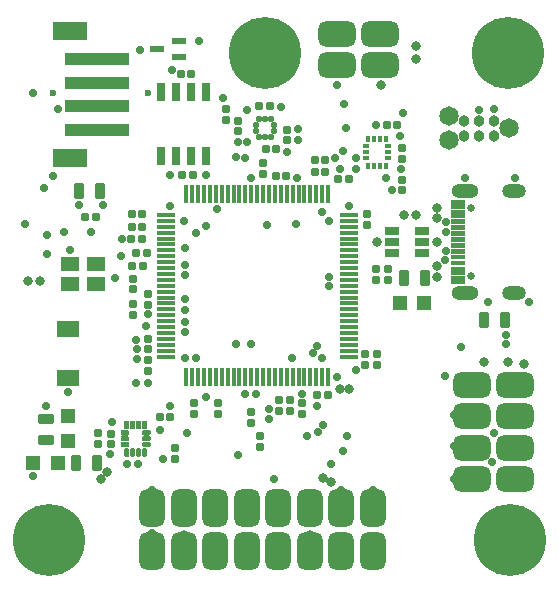
<source format=gts>
G04*
G04 #@! TF.GenerationSoftware,Altium Limited,Altium Designer,26.2.0 (7)*
G04*
G04 Layer_Color=8388736*
%FSLAX25Y25*%
%MOIN*%
G70*
G04*
G04 #@! TF.SameCoordinates,17A3E6CB-15BD-4058-B425-0E0A4CEE79B2*
G04*
G04*
G04 #@! TF.FilePolarity,Negative*
G04*
G01*
G75*
%ADD34R,0.21654X0.03937*%
%ADD39R,0.11811X0.06299*%
G04:AMPARAMS|DCode=41|XSize=123.94mil|YSize=83.94mil|CornerRadius=21.97mil|HoleSize=0mil|Usage=FLASHONLY|Rotation=0.000|XOffset=0mil|YOffset=0mil|HoleType=Round|Shape=RoundedRectangle|*
%AMROUNDEDRECTD41*
21,1,0.12394,0.04000,0,0,0.0*
21,1,0.08000,0.08394,0,0,0.0*
1,1,0.04394,0.04000,-0.02000*
1,1,0.04394,-0.04000,-0.02000*
1,1,0.04394,-0.04000,0.02000*
1,1,0.04394,0.04000,0.02000*
%
%ADD41ROUNDEDRECTD41*%
G04:AMPARAMS|DCode=42|XSize=25.59mil|YSize=23.62mil|CornerRadius=4.43mil|HoleSize=0mil|Usage=FLASHONLY|Rotation=90.000|XOffset=0mil|YOffset=0mil|HoleType=Round|Shape=RoundedRectangle|*
%AMROUNDEDRECTD42*
21,1,0.02559,0.01476,0,0,90.0*
21,1,0.01673,0.02362,0,0,90.0*
1,1,0.00886,0.00738,0.00837*
1,1,0.00886,0.00738,-0.00837*
1,1,0.00886,-0.00738,-0.00837*
1,1,0.00886,-0.00738,0.00837*
%
%ADD42ROUNDEDRECTD42*%
G04:AMPARAMS|DCode=43|XSize=25.59mil|YSize=23.62mil|CornerRadius=4.43mil|HoleSize=0mil|Usage=FLASHONLY|Rotation=180.000|XOffset=0mil|YOffset=0mil|HoleType=Round|Shape=RoundedRectangle|*
%AMROUNDEDRECTD43*
21,1,0.02559,0.01476,0,0,180.0*
21,1,0.01673,0.02362,0,0,180.0*
1,1,0.00886,-0.00837,0.00738*
1,1,0.00886,0.00837,0.00738*
1,1,0.00886,0.00837,-0.00738*
1,1,0.00886,-0.00837,-0.00738*
%
%ADD43ROUNDEDRECTD43*%
%ADD44C,0.03791*%
%ADD45R,0.01575X0.06201*%
%ADD46R,0.06201X0.01575*%
G04:AMPARAMS|DCode=47|XSize=55.12mil|YSize=33.86mil|CornerRadius=5.71mil|HoleSize=0mil|Usage=FLASHONLY|Rotation=270.000|XOffset=0mil|YOffset=0mil|HoleType=Round|Shape=RoundedRectangle|*
%AMROUNDEDRECTD47*
21,1,0.05512,0.02244,0,0,270.0*
21,1,0.04370,0.03386,0,0,270.0*
1,1,0.01142,-0.01122,-0.02185*
1,1,0.01142,-0.01122,0.02185*
1,1,0.01142,0.01122,0.02185*
1,1,0.01142,0.01122,-0.02185*
%
%ADD47ROUNDEDRECTD47*%
%ADD48R,0.02953X0.06398*%
G04:AMPARAMS|DCode=49|XSize=18.9mil|YSize=17.72mil|CornerRadius=2.59mil|HoleSize=0mil|Usage=FLASHONLY|Rotation=90.000|XOffset=0mil|YOffset=0mil|HoleType=Round|Shape=RoundedRectangle|*
%AMROUNDEDRECTD49*
21,1,0.01890,0.01254,0,0,90.0*
21,1,0.01372,0.01772,0,0,90.0*
1,1,0.00518,0.00627,0.00686*
1,1,0.00518,0.00627,-0.00686*
1,1,0.00518,-0.00627,-0.00686*
1,1,0.00518,-0.00627,0.00686*
%
%ADD49ROUNDEDRECTD49*%
G04:AMPARAMS|DCode=50|XSize=123.94mil|YSize=83.94mil|CornerRadius=21.97mil|HoleSize=0mil|Usage=FLASHONLY|Rotation=90.000|XOffset=0mil|YOffset=0mil|HoleType=Round|Shape=RoundedRectangle|*
%AMROUNDEDRECTD50*
21,1,0.12394,0.04000,0,0,90.0*
21,1,0.08000,0.08394,0,0,90.0*
1,1,0.04394,0.02000,0.04000*
1,1,0.04394,0.02000,-0.04000*
1,1,0.04394,-0.02000,-0.04000*
1,1,0.04394,-0.02000,0.04000*
%
%ADD50ROUNDEDRECTD50*%
G04:AMPARAMS|DCode=51|XSize=55.12mil|YSize=33.86mil|CornerRadius=5.71mil|HoleSize=0mil|Usage=FLASHONLY|Rotation=0.000|XOffset=0mil|YOffset=0mil|HoleType=Round|Shape=RoundedRectangle|*
%AMROUNDEDRECTD51*
21,1,0.05512,0.02244,0,0,0.0*
21,1,0.04370,0.03386,0,0,0.0*
1,1,0.01142,0.02185,-0.01122*
1,1,0.01142,-0.02185,-0.01122*
1,1,0.01142,-0.02185,0.01122*
1,1,0.01142,0.02185,0.01122*
%
%ADD51ROUNDEDRECTD51*%
%ADD52R,0.01378X0.02264*%
%ADD53R,0.02264X0.01378*%
%ADD54R,0.05118X0.05118*%
%ADD55R,0.07480X0.05709*%
%ADD56R,0.05906X0.05118*%
%ADD57R,0.05118X0.01968*%
%ADD58R,0.05118X0.05118*%
%ADD59R,0.05118X0.02756*%
%ADD60C,0.06496*%
%ADD61O,0.09071X0.04740*%
%ADD62O,0.07890X0.04740*%
%ADD63C,0.02362*%
%ADD64C,0.24016*%
%ADD65C,0.02559*%
%ADD66C,0.02756*%
%ADD67C,0.03150*%
G36*
X152472Y124205D02*
X147591D01*
Y126961D01*
X152472D01*
Y124205D01*
D02*
G37*
G36*
Y121055D02*
X147591D01*
Y123811D01*
X152472D01*
Y121055D01*
D02*
G37*
G36*
Y119087D02*
X147591D01*
Y120661D01*
X152472D01*
Y119087D01*
D02*
G37*
G36*
Y117118D02*
X147591D01*
Y118693D01*
X152472D01*
Y117118D01*
D02*
G37*
G36*
Y115150D02*
X147591D01*
Y116724D01*
X152472D01*
Y115150D01*
D02*
G37*
G36*
Y113181D02*
X147591D01*
Y114756D01*
X152472D01*
Y113181D01*
D02*
G37*
G36*
Y111213D02*
X147591D01*
Y112787D01*
X152472D01*
Y111213D01*
D02*
G37*
G36*
Y109244D02*
X147591D01*
Y110819D01*
X152472D01*
Y109244D01*
D02*
G37*
G36*
Y107276D02*
X147591D01*
Y108850D01*
X152472D01*
Y107276D01*
D02*
G37*
G36*
Y105307D02*
X147591D01*
Y106882D01*
X152472D01*
Y105307D01*
D02*
G37*
G36*
Y102157D02*
X147591D01*
Y104913D01*
X152472D01*
Y102157D01*
D02*
G37*
G36*
Y99008D02*
X147591D01*
Y101764D01*
X152472D01*
Y99008D01*
D02*
G37*
G36*
X45949Y53441D02*
X45976Y53437D01*
X46000Y53433D01*
X46024Y53429D01*
X46051Y53421D01*
X46075Y53413D01*
X46098Y53402D01*
X46122Y53390D01*
X46142Y53378D01*
X46165Y53366D01*
X46185Y53350D01*
X46209Y53335D01*
X46228Y53319D01*
X46244Y53299D01*
X46264Y53284D01*
X46279Y53264D01*
X46295Y53240D01*
X46311Y53220D01*
X46323Y53201D01*
X46335Y53177D01*
X46347Y53154D01*
X46358Y53130D01*
X46366Y53106D01*
X46374Y53079D01*
X46378Y53055D01*
X46382Y53031D01*
X46386Y53004D01*
X46390Y52980D01*
Y51193D01*
X46386Y51169D01*
X46382Y51142D01*
X46378Y51118D01*
X46374Y51095D01*
X46366Y51067D01*
X46358Y51043D01*
X46347Y51020D01*
X46335Y50996D01*
X46323Y50972D01*
X46311Y50953D01*
X46295Y50933D01*
X46279Y50909D01*
X46264Y50890D01*
X46244Y50874D01*
X46228Y50854D01*
X46209Y50839D01*
X46185Y50823D01*
X46165Y50807D01*
X46142Y50795D01*
X46122Y50783D01*
X46098Y50772D01*
X46075Y50760D01*
X46051Y50752D01*
X46024Y50744D01*
X46000Y50740D01*
X45976Y50736D01*
X45949Y50732D01*
X45925Y50728D01*
X45083D01*
X45059Y50732D01*
X45031Y50736D01*
X45008Y50740D01*
X44984Y50744D01*
X44957Y50752D01*
X44933Y50760D01*
X44909Y50772D01*
X44886Y50783D01*
X44866Y50795D01*
X44842Y50807D01*
X44823Y50823D01*
X44799Y50839D01*
X44780Y50854D01*
X44764Y50874D01*
X44744Y50890D01*
X44728Y50909D01*
X44713Y50933D01*
X44697Y50953D01*
X44685Y50972D01*
X44673Y50996D01*
X44661Y51020D01*
X44650Y51043D01*
X44642Y51067D01*
X44634Y51095D01*
X44630Y51118D01*
X44626Y51142D01*
X44622Y51169D01*
X44618Y51193D01*
Y52980D01*
X44622Y53004D01*
X44626Y53031D01*
X44630Y53055D01*
X44634Y53079D01*
X44642Y53106D01*
X44650Y53130D01*
X44661Y53154D01*
X44673Y53177D01*
X44685Y53201D01*
X44697Y53220D01*
X44713Y53240D01*
X44728Y53264D01*
X44744Y53284D01*
X44764Y53299D01*
X44780Y53319D01*
X44799Y53335D01*
X44823Y53350D01*
X44842Y53366D01*
X44866Y53378D01*
X44886Y53390D01*
X44909Y53402D01*
X44933Y53413D01*
X44957Y53421D01*
X44984Y53429D01*
X45008Y53433D01*
X45031Y53437D01*
X45059Y53441D01*
X45083Y53445D01*
X45925D01*
X45949Y53441D01*
D02*
G37*
G36*
X43980D02*
X44008Y53437D01*
X44032Y53433D01*
X44055Y53429D01*
X44083Y53421D01*
X44106Y53413D01*
X44130Y53402D01*
X44153Y53390D01*
X44173Y53378D01*
X44197Y53366D01*
X44216Y53350D01*
X44240Y53335D01*
X44260Y53319D01*
X44276Y53299D01*
X44295Y53284D01*
X44311Y53264D01*
X44327Y53240D01*
X44342Y53220D01*
X44354Y53201D01*
X44366Y53177D01*
X44378Y53154D01*
X44390Y53130D01*
X44398Y53106D01*
X44405Y53079D01*
X44409Y53055D01*
X44413Y53031D01*
X44417Y53004D01*
X44421Y52980D01*
Y51193D01*
X44417Y51169D01*
X44413Y51142D01*
X44409Y51118D01*
X44405Y51095D01*
X44398Y51067D01*
X44390Y51043D01*
X44378Y51020D01*
X44366Y50996D01*
X44354Y50972D01*
X44342Y50953D01*
X44327Y50933D01*
X44311Y50909D01*
X44295Y50890D01*
X44276Y50874D01*
X44260Y50854D01*
X44240Y50839D01*
X44216Y50823D01*
X44197Y50807D01*
X44173Y50795D01*
X44153Y50783D01*
X44130Y50772D01*
X44106Y50760D01*
X44083Y50752D01*
X44055Y50744D01*
X44032Y50740D01*
X44008Y50736D01*
X43980Y50732D01*
X43957Y50728D01*
X43114D01*
X43091Y50732D01*
X43063Y50736D01*
X43039Y50740D01*
X43016Y50744D01*
X42988Y50752D01*
X42965Y50760D01*
X42941Y50772D01*
X42917Y50783D01*
X42898Y50795D01*
X42874Y50807D01*
X42854Y50823D01*
X42831Y50839D01*
X42811Y50854D01*
X42795Y50874D01*
X42776Y50890D01*
X42760Y50909D01*
X42744Y50933D01*
X42728Y50953D01*
X42717Y50972D01*
X42705Y50996D01*
X42693Y51020D01*
X42681Y51043D01*
X42673Y51067D01*
X42665Y51095D01*
X42661Y51118D01*
X42658Y51142D01*
X42654Y51169D01*
X42650Y51193D01*
Y52980D01*
X42654Y53004D01*
X42658Y53031D01*
X42661Y53055D01*
X42665Y53079D01*
X42673Y53106D01*
X42681Y53130D01*
X42693Y53154D01*
X42705Y53177D01*
X42717Y53201D01*
X42728Y53220D01*
X42744Y53240D01*
X42760Y53264D01*
X42776Y53284D01*
X42795Y53299D01*
X42811Y53319D01*
X42831Y53335D01*
X42854Y53350D01*
X42874Y53366D01*
X42898Y53378D01*
X42917Y53390D01*
X42941Y53402D01*
X42965Y53413D01*
X42988Y53421D01*
X43016Y53429D01*
X43039Y53433D01*
X43063Y53437D01*
X43091Y53441D01*
X43114Y53445D01*
X43957D01*
X43980Y53441D01*
D02*
G37*
G36*
X42012D02*
X42039Y53437D01*
X42063Y53433D01*
X42087Y53429D01*
X42114Y53421D01*
X42138Y53413D01*
X42161Y53402D01*
X42185Y53390D01*
X42205Y53378D01*
X42228Y53366D01*
X42248Y53350D01*
X42272Y53335D01*
X42291Y53319D01*
X42307Y53299D01*
X42327Y53284D01*
X42342Y53264D01*
X42358Y53240D01*
X42374Y53220D01*
X42386Y53201D01*
X42398Y53177D01*
X42409Y53154D01*
X42421Y53130D01*
X42429Y53106D01*
X42437Y53079D01*
X42441Y53055D01*
X42445Y53031D01*
X42449Y53004D01*
X42453Y52980D01*
Y51193D01*
X42449Y51169D01*
X42445Y51142D01*
X42441Y51118D01*
X42437Y51095D01*
X42429Y51067D01*
X42421Y51043D01*
X42409Y51020D01*
X42398Y50996D01*
X42386Y50972D01*
X42374Y50953D01*
X42358Y50933D01*
X42342Y50909D01*
X42327Y50890D01*
X42307Y50874D01*
X42291Y50854D01*
X42272Y50839D01*
X42248Y50823D01*
X42228Y50807D01*
X42205Y50795D01*
X42185Y50783D01*
X42161Y50772D01*
X42138Y50760D01*
X42114Y50752D01*
X42087Y50744D01*
X42063Y50740D01*
X42039Y50736D01*
X42012Y50732D01*
X41988Y50728D01*
X41146D01*
X41122Y50732D01*
X41094Y50736D01*
X41071Y50740D01*
X41047Y50744D01*
X41020Y50752D01*
X40996Y50760D01*
X40972Y50772D01*
X40949Y50783D01*
X40929Y50795D01*
X40905Y50807D01*
X40886Y50823D01*
X40862Y50839D01*
X40843Y50854D01*
X40827Y50874D01*
X40807Y50890D01*
X40791Y50909D01*
X40776Y50933D01*
X40760Y50953D01*
X40748Y50972D01*
X40736Y50996D01*
X40724Y51020D01*
X40713Y51043D01*
X40705Y51067D01*
X40697Y51095D01*
X40693Y51118D01*
X40689Y51142D01*
X40685Y51169D01*
X40681Y51193D01*
Y52980D01*
X40685Y53004D01*
X40689Y53031D01*
X40693Y53055D01*
X40697Y53079D01*
X40705Y53106D01*
X40713Y53130D01*
X40724Y53154D01*
X40736Y53177D01*
X40748Y53201D01*
X40760Y53220D01*
X40776Y53240D01*
X40791Y53264D01*
X40807Y53284D01*
X40827Y53299D01*
X40843Y53319D01*
X40862Y53335D01*
X40886Y53350D01*
X40905Y53366D01*
X40929Y53378D01*
X40949Y53390D01*
X40972Y53402D01*
X40996Y53413D01*
X41020Y53421D01*
X41047Y53429D01*
X41071Y53433D01*
X41094Y53437D01*
X41122Y53441D01*
X41146Y53445D01*
X41988D01*
X42012Y53441D01*
D02*
G37*
G36*
X40043D02*
X40071Y53437D01*
X40095Y53433D01*
X40118Y53429D01*
X40146Y53421D01*
X40169Y53413D01*
X40193Y53402D01*
X40216Y53390D01*
X40236Y53378D01*
X40260Y53366D01*
X40279Y53350D01*
X40303Y53335D01*
X40323Y53319D01*
X40339Y53299D01*
X40358Y53284D01*
X40374Y53264D01*
X40390Y53240D01*
X40405Y53220D01*
X40417Y53201D01*
X40429Y53177D01*
X40441Y53154D01*
X40453Y53130D01*
X40461Y53106D01*
X40468Y53079D01*
X40472Y53055D01*
X40476Y53031D01*
X40480Y53004D01*
X40484Y52980D01*
Y51193D01*
X40480Y51169D01*
X40476Y51142D01*
X40472Y51118D01*
X40468Y51095D01*
X40461Y51067D01*
X40453Y51043D01*
X40441Y51020D01*
X40429Y50996D01*
X40417Y50972D01*
X40405Y50953D01*
X40390Y50933D01*
X40374Y50909D01*
X40358Y50890D01*
X40339Y50874D01*
X40323Y50854D01*
X40303Y50839D01*
X40279Y50823D01*
X40260Y50807D01*
X40236Y50795D01*
X40216Y50783D01*
X40193Y50772D01*
X40169Y50760D01*
X40146Y50752D01*
X40118Y50744D01*
X40095Y50740D01*
X40071Y50736D01*
X40043Y50732D01*
X40020Y50728D01*
X39177D01*
X39154Y50732D01*
X39126Y50736D01*
X39102Y50740D01*
X39079Y50744D01*
X39051Y50752D01*
X39028Y50760D01*
X39004Y50772D01*
X38980Y50783D01*
X38961Y50795D01*
X38937Y50807D01*
X38917Y50823D01*
X38894Y50839D01*
X38874Y50854D01*
X38858Y50874D01*
X38839Y50890D01*
X38823Y50909D01*
X38807Y50933D01*
X38791Y50953D01*
X38780Y50972D01*
X38768Y50996D01*
X38756Y51020D01*
X38744Y51043D01*
X38736Y51067D01*
X38728Y51095D01*
X38724Y51118D01*
X38721Y51142D01*
X38717Y51169D01*
X38713Y51193D01*
Y52980D01*
X38717Y53004D01*
X38721Y53031D01*
X38724Y53055D01*
X38728Y53079D01*
X38736Y53106D01*
X38744Y53130D01*
X38756Y53154D01*
X38768Y53177D01*
X38780Y53201D01*
X38791Y53220D01*
X38807Y53240D01*
X38823Y53264D01*
X38839Y53284D01*
X38858Y53299D01*
X38874Y53319D01*
X38894Y53335D01*
X38917Y53350D01*
X38937Y53366D01*
X38961Y53378D01*
X38980Y53390D01*
X39004Y53402D01*
X39028Y53413D01*
X39051Y53421D01*
X39079Y53429D01*
X39102Y53433D01*
X39126Y53437D01*
X39154Y53441D01*
X39177Y53445D01*
X40020D01*
X40043Y53441D01*
D02*
G37*
G36*
X47071Y50350D02*
X47098Y50346D01*
X47122Y50343D01*
X47146Y50339D01*
X47173Y50331D01*
X47197Y50323D01*
X47221Y50311D01*
X47244Y50299D01*
X47268Y50287D01*
X47287Y50276D01*
X47307Y50260D01*
X47331Y50244D01*
X47350Y50228D01*
X47366Y50209D01*
X47386Y50193D01*
X47402Y50173D01*
X47417Y50150D01*
X47433Y50130D01*
X47445Y50106D01*
X47457Y50087D01*
X47469Y50063D01*
X47480Y50039D01*
X47488Y50016D01*
X47496Y49988D01*
X47500Y49965D01*
X47504Y49941D01*
X47508Y49913D01*
X47512Y49890D01*
Y49047D01*
X47508Y49024D01*
X47504Y48996D01*
X47500Y48972D01*
X47496Y48949D01*
X47488Y48921D01*
X47480Y48898D01*
X47469Y48874D01*
X47457Y48850D01*
X47445Y48831D01*
X47433Y48807D01*
X47417Y48787D01*
X47402Y48764D01*
X47386Y48744D01*
X47366Y48728D01*
X47350Y48709D01*
X47331Y48693D01*
X47307Y48677D01*
X47287Y48661D01*
X47268Y48650D01*
X47244Y48638D01*
X47221Y48626D01*
X47197Y48614D01*
X47173Y48606D01*
X47146Y48598D01*
X47122Y48594D01*
X47098Y48591D01*
X47071Y48587D01*
X47047Y48583D01*
X45260D01*
X45236Y48587D01*
X45209Y48591D01*
X45185Y48594D01*
X45161Y48598D01*
X45134Y48606D01*
X45110Y48614D01*
X45087Y48626D01*
X45063Y48638D01*
X45039Y48650D01*
X45020Y48661D01*
X45000Y48677D01*
X44976Y48693D01*
X44957Y48709D01*
X44941Y48728D01*
X44921Y48744D01*
X44905Y48764D01*
X44890Y48787D01*
X44874Y48807D01*
X44862Y48831D01*
X44850Y48850D01*
X44839Y48874D01*
X44827Y48898D01*
X44819Y48921D01*
X44811Y48949D01*
X44807Y48972D01*
X44803Y48996D01*
X44799Y49024D01*
X44795Y49047D01*
Y49890D01*
X44799Y49913D01*
X44803Y49941D01*
X44807Y49965D01*
X44811Y49988D01*
X44819Y50016D01*
X44827Y50039D01*
X44839Y50063D01*
X44850Y50087D01*
X44862Y50110D01*
X44874Y50130D01*
X44890Y50150D01*
X44905Y50173D01*
X44921Y50193D01*
X44941Y50209D01*
X44957Y50228D01*
X44976Y50244D01*
X45000Y50260D01*
X45020Y50276D01*
X45039Y50287D01*
X45063Y50299D01*
X45087Y50311D01*
X45110Y50323D01*
X45134Y50331D01*
X45161Y50339D01*
X45185Y50343D01*
X45209Y50346D01*
X45236Y50350D01*
X45260Y50354D01*
X47047D01*
X47071Y50350D01*
D02*
G37*
G36*
X39866D02*
X39894Y50346D01*
X39917Y50343D01*
X39941Y50339D01*
X39968Y50331D01*
X39992Y50323D01*
X40016Y50311D01*
X40039Y50299D01*
X40063Y50287D01*
X40083Y50276D01*
X40102Y50260D01*
X40126Y50244D01*
X40146Y50228D01*
X40161Y50209D01*
X40181Y50193D01*
X40197Y50173D01*
X40213Y50150D01*
X40228Y50130D01*
X40240Y50106D01*
X40252Y50087D01*
X40264Y50063D01*
X40276Y50039D01*
X40284Y50016D01*
X40291Y49988D01*
X40295Y49965D01*
X40299Y49941D01*
X40303Y49913D01*
X40307Y49890D01*
Y49047D01*
X40303Y49024D01*
X40299Y48996D01*
X40295Y48972D01*
X40291Y48949D01*
X40284Y48921D01*
X40276Y48898D01*
X40264Y48874D01*
X40252Y48850D01*
X40240Y48831D01*
X40228Y48807D01*
X40213Y48787D01*
X40197Y48764D01*
X40181Y48744D01*
X40161Y48728D01*
X40146Y48709D01*
X40126Y48693D01*
X40102Y48677D01*
X40083Y48661D01*
X40063Y48650D01*
X40039Y48638D01*
X40016Y48626D01*
X39992Y48614D01*
X39968Y48606D01*
X39941Y48598D01*
X39917Y48594D01*
X39894Y48591D01*
X39866Y48587D01*
X39843Y48583D01*
X38055D01*
X38032Y48587D01*
X38004Y48591D01*
X37980Y48594D01*
X37957Y48598D01*
X37929Y48606D01*
X37905Y48614D01*
X37882Y48626D01*
X37858Y48638D01*
X37835Y48650D01*
X37815Y48661D01*
X37795Y48677D01*
X37772Y48693D01*
X37752Y48709D01*
X37736Y48728D01*
X37716Y48744D01*
X37701Y48764D01*
X37685Y48787D01*
X37669Y48807D01*
X37657Y48831D01*
X37646Y48850D01*
X37634Y48874D01*
X37622Y48898D01*
X37614Y48921D01*
X37606Y48949D01*
X37602Y48972D01*
X37598Y48996D01*
X37595Y49024D01*
X37591Y49047D01*
Y49890D01*
X37595Y49913D01*
X37598Y49941D01*
X37602Y49965D01*
X37606Y49988D01*
X37614Y50016D01*
X37622Y50039D01*
X37634Y50063D01*
X37646Y50087D01*
X37657Y50110D01*
X37669Y50130D01*
X37685Y50150D01*
X37701Y50173D01*
X37716Y50193D01*
X37736Y50209D01*
X37752Y50228D01*
X37772Y50244D01*
X37795Y50260D01*
X37815Y50276D01*
X37835Y50287D01*
X37858Y50299D01*
X37882Y50311D01*
X37905Y50323D01*
X37929Y50331D01*
X37957Y50339D01*
X37980Y50343D01*
X38004Y50346D01*
X38032Y50350D01*
X38055Y50354D01*
X39843D01*
X39866Y50350D01*
D02*
G37*
G36*
X47071Y48382D02*
X47098Y48378D01*
X47122Y48374D01*
X47146Y48370D01*
X47173Y48362D01*
X47197Y48354D01*
X47221Y48342D01*
X47244Y48331D01*
X47268Y48319D01*
X47287Y48307D01*
X47307Y48291D01*
X47331Y48276D01*
X47350Y48260D01*
X47366Y48240D01*
X47386Y48224D01*
X47402Y48205D01*
X47417Y48181D01*
X47433Y48161D01*
X47445Y48138D01*
X47457Y48118D01*
X47469Y48094D01*
X47480Y48071D01*
X47488Y48047D01*
X47496Y48020D01*
X47500Y47996D01*
X47504Y47972D01*
X47508Y47945D01*
X47512Y47921D01*
Y47079D01*
X47508Y47055D01*
X47504Y47028D01*
X47500Y47004D01*
X47496Y46980D01*
X47488Y46953D01*
X47480Y46929D01*
X47469Y46905D01*
X47457Y46882D01*
X47445Y46858D01*
X47433Y46839D01*
X47417Y46819D01*
X47402Y46795D01*
X47386Y46776D01*
X47366Y46760D01*
X47350Y46740D01*
X47331Y46724D01*
X47307Y46709D01*
X47287Y46693D01*
X47268Y46681D01*
X47244Y46669D01*
X47221Y46657D01*
X47197Y46646D01*
X47173Y46638D01*
X47146Y46630D01*
X47122Y46626D01*
X47098Y46622D01*
X47071Y46618D01*
X47047Y46614D01*
X45260D01*
X45236Y46618D01*
X45209Y46622D01*
X45185Y46626D01*
X45161Y46630D01*
X45134Y46638D01*
X45110Y46646D01*
X45087Y46657D01*
X45063Y46669D01*
X45039Y46681D01*
X45020Y46693D01*
X45000Y46709D01*
X44976Y46724D01*
X44957Y46740D01*
X44941Y46760D01*
X44921Y46776D01*
X44905Y46795D01*
X44890Y46819D01*
X44874Y46839D01*
X44862Y46858D01*
X44850Y46882D01*
X44839Y46905D01*
X44827Y46929D01*
X44819Y46953D01*
X44811Y46980D01*
X44807Y47004D01*
X44803Y47028D01*
X44799Y47055D01*
X44795Y47079D01*
Y47921D01*
X44799Y47945D01*
X44803Y47972D01*
X44807Y47996D01*
X44811Y48020D01*
X44819Y48047D01*
X44827Y48071D01*
X44839Y48094D01*
X44850Y48118D01*
X44862Y48142D01*
X44874Y48161D01*
X44890Y48181D01*
X44905Y48205D01*
X44921Y48224D01*
X44941Y48240D01*
X44957Y48260D01*
X44976Y48276D01*
X45000Y48291D01*
X45020Y48307D01*
X45039Y48319D01*
X45063Y48331D01*
X45087Y48342D01*
X45110Y48354D01*
X45134Y48362D01*
X45161Y48370D01*
X45185Y48374D01*
X45209Y48378D01*
X45236Y48382D01*
X45260Y48386D01*
X47047D01*
X47071Y48382D01*
D02*
G37*
G36*
X39866D02*
X39894Y48378D01*
X39917Y48374D01*
X39941Y48370D01*
X39968Y48362D01*
X39992Y48354D01*
X40016Y48342D01*
X40039Y48331D01*
X40063Y48319D01*
X40083Y48307D01*
X40102Y48291D01*
X40126Y48276D01*
X40146Y48260D01*
X40161Y48240D01*
X40181Y48224D01*
X40197Y48205D01*
X40213Y48181D01*
X40228Y48161D01*
X40240Y48138D01*
X40252Y48118D01*
X40264Y48094D01*
X40276Y48071D01*
X40284Y48047D01*
X40291Y48020D01*
X40295Y47996D01*
X40299Y47972D01*
X40303Y47945D01*
X40307Y47921D01*
Y47079D01*
X40303Y47055D01*
X40299Y47028D01*
X40295Y47004D01*
X40291Y46980D01*
X40284Y46953D01*
X40276Y46929D01*
X40264Y46905D01*
X40252Y46882D01*
X40240Y46858D01*
X40228Y46839D01*
X40213Y46819D01*
X40197Y46795D01*
X40181Y46776D01*
X40161Y46760D01*
X40146Y46740D01*
X40126Y46724D01*
X40102Y46709D01*
X40083Y46693D01*
X40063Y46681D01*
X40039Y46669D01*
X40016Y46657D01*
X39992Y46646D01*
X39968Y46638D01*
X39941Y46630D01*
X39917Y46626D01*
X39894Y46622D01*
X39866Y46618D01*
X39843Y46614D01*
X38055D01*
X38032Y46618D01*
X38004Y46622D01*
X37980Y46626D01*
X37957Y46630D01*
X37929Y46638D01*
X37905Y46646D01*
X37882Y46657D01*
X37858Y46669D01*
X37835Y46681D01*
X37815Y46693D01*
X37795Y46709D01*
X37772Y46724D01*
X37752Y46740D01*
X37736Y46760D01*
X37716Y46776D01*
X37701Y46795D01*
X37685Y46819D01*
X37669Y46839D01*
X37657Y46858D01*
X37646Y46882D01*
X37634Y46905D01*
X37622Y46929D01*
X37614Y46953D01*
X37606Y46980D01*
X37602Y47004D01*
X37598Y47028D01*
X37595Y47055D01*
X37591Y47079D01*
Y47921D01*
X37595Y47945D01*
X37598Y47972D01*
X37602Y47996D01*
X37606Y48020D01*
X37614Y48047D01*
X37622Y48071D01*
X37634Y48094D01*
X37646Y48118D01*
X37657Y48142D01*
X37669Y48161D01*
X37685Y48181D01*
X37701Y48205D01*
X37716Y48224D01*
X37736Y48240D01*
X37752Y48260D01*
X37772Y48276D01*
X37795Y48291D01*
X37815Y48307D01*
X37835Y48319D01*
X37858Y48331D01*
X37882Y48342D01*
X37905Y48354D01*
X37929Y48362D01*
X37957Y48370D01*
X37980Y48374D01*
X38004Y48378D01*
X38032Y48382D01*
X38055Y48386D01*
X39843D01*
X39866Y48382D01*
D02*
G37*
G36*
X47071Y46413D02*
X47098Y46409D01*
X47122Y46406D01*
X47146Y46402D01*
X47173Y46394D01*
X47197Y46386D01*
X47221Y46374D01*
X47244Y46362D01*
X47268Y46350D01*
X47287Y46339D01*
X47307Y46323D01*
X47331Y46307D01*
X47350Y46291D01*
X47366Y46272D01*
X47386Y46256D01*
X47402Y46236D01*
X47417Y46213D01*
X47433Y46193D01*
X47445Y46169D01*
X47457Y46150D01*
X47469Y46126D01*
X47480Y46102D01*
X47488Y46079D01*
X47496Y46051D01*
X47500Y46028D01*
X47504Y46004D01*
X47508Y45976D01*
X47512Y45953D01*
Y45110D01*
X47508Y45087D01*
X47504Y45059D01*
X47500Y45035D01*
X47496Y45012D01*
X47488Y44984D01*
X47480Y44961D01*
X47469Y44937D01*
X47457Y44913D01*
X47445Y44894D01*
X47433Y44870D01*
X47417Y44850D01*
X47402Y44827D01*
X47386Y44807D01*
X47366Y44791D01*
X47350Y44772D01*
X47331Y44756D01*
X47307Y44740D01*
X47287Y44724D01*
X47268Y44713D01*
X47244Y44701D01*
X47221Y44689D01*
X47197Y44677D01*
X47173Y44669D01*
X47146Y44661D01*
X47122Y44657D01*
X47098Y44653D01*
X47071Y44650D01*
X47047Y44646D01*
X45260D01*
X45236Y44650D01*
X45209Y44653D01*
X45185Y44657D01*
X45161Y44661D01*
X45134Y44669D01*
X45110Y44677D01*
X45087Y44689D01*
X45063Y44701D01*
X45039Y44713D01*
X45020Y44724D01*
X45000Y44740D01*
X44976Y44756D01*
X44957Y44772D01*
X44941Y44791D01*
X44921Y44807D01*
X44905Y44827D01*
X44890Y44850D01*
X44874Y44870D01*
X44862Y44894D01*
X44850Y44913D01*
X44839Y44937D01*
X44827Y44961D01*
X44819Y44984D01*
X44811Y45012D01*
X44807Y45035D01*
X44803Y45059D01*
X44799Y45087D01*
X44795Y45110D01*
Y45953D01*
X44799Y45976D01*
X44803Y46004D01*
X44807Y46028D01*
X44811Y46051D01*
X44819Y46079D01*
X44827Y46102D01*
X44839Y46126D01*
X44850Y46150D01*
X44862Y46173D01*
X44874Y46193D01*
X44890Y46213D01*
X44905Y46236D01*
X44921Y46256D01*
X44941Y46272D01*
X44957Y46291D01*
X44976Y46307D01*
X45000Y46323D01*
X45020Y46339D01*
X45039Y46350D01*
X45063Y46362D01*
X45087Y46374D01*
X45110Y46386D01*
X45134Y46394D01*
X45161Y46402D01*
X45185Y46406D01*
X45209Y46409D01*
X45236Y46413D01*
X45260Y46417D01*
X47047D01*
X47071Y46413D01*
D02*
G37*
G36*
X39866D02*
X39894Y46409D01*
X39917Y46406D01*
X39941Y46402D01*
X39968Y46394D01*
X39992Y46386D01*
X40016Y46374D01*
X40039Y46362D01*
X40063Y46350D01*
X40083Y46339D01*
X40102Y46323D01*
X40126Y46307D01*
X40146Y46291D01*
X40161Y46272D01*
X40181Y46256D01*
X40197Y46236D01*
X40213Y46213D01*
X40228Y46193D01*
X40240Y46169D01*
X40252Y46150D01*
X40264Y46126D01*
X40276Y46102D01*
X40284Y46079D01*
X40291Y46051D01*
X40295Y46028D01*
X40299Y46004D01*
X40303Y45976D01*
X40307Y45953D01*
Y45110D01*
X40303Y45087D01*
X40299Y45059D01*
X40295Y45035D01*
X40291Y45012D01*
X40284Y44984D01*
X40276Y44961D01*
X40264Y44937D01*
X40252Y44913D01*
X40240Y44894D01*
X40228Y44870D01*
X40213Y44850D01*
X40197Y44827D01*
X40181Y44807D01*
X40161Y44791D01*
X40146Y44772D01*
X40126Y44756D01*
X40102Y44740D01*
X40083Y44724D01*
X40063Y44713D01*
X40039Y44701D01*
X40016Y44689D01*
X39992Y44677D01*
X39968Y44669D01*
X39941Y44661D01*
X39917Y44657D01*
X39894Y44653D01*
X39866Y44650D01*
X39843Y44646D01*
X38055D01*
X38032Y44650D01*
X38004Y44653D01*
X37980Y44657D01*
X37957Y44661D01*
X37929Y44669D01*
X37905Y44677D01*
X37882Y44689D01*
X37858Y44701D01*
X37835Y44713D01*
X37815Y44724D01*
X37795Y44740D01*
X37772Y44756D01*
X37752Y44772D01*
X37736Y44791D01*
X37716Y44807D01*
X37701Y44827D01*
X37685Y44850D01*
X37669Y44870D01*
X37657Y44894D01*
X37646Y44913D01*
X37634Y44937D01*
X37622Y44961D01*
X37614Y44984D01*
X37606Y45012D01*
X37602Y45035D01*
X37598Y45059D01*
X37595Y45087D01*
X37591Y45110D01*
Y45953D01*
X37595Y45976D01*
X37598Y46004D01*
X37602Y46028D01*
X37606Y46051D01*
X37614Y46079D01*
X37622Y46102D01*
X37634Y46126D01*
X37646Y46150D01*
X37657Y46173D01*
X37669Y46193D01*
X37685Y46213D01*
X37701Y46236D01*
X37716Y46256D01*
X37736Y46272D01*
X37752Y46291D01*
X37772Y46307D01*
X37795Y46323D01*
X37815Y46339D01*
X37835Y46350D01*
X37858Y46362D01*
X37882Y46374D01*
X37905Y46386D01*
X37929Y46394D01*
X37957Y46402D01*
X37980Y46406D01*
X38004Y46409D01*
X38032Y46413D01*
X38055Y46417D01*
X39843D01*
X39866Y46413D01*
D02*
G37*
G36*
X45949Y44268D02*
X45976Y44264D01*
X46000Y44260D01*
X46024Y44256D01*
X46051Y44248D01*
X46075Y44240D01*
X46098Y44228D01*
X46122Y44216D01*
X46142Y44205D01*
X46165Y44193D01*
X46185Y44177D01*
X46209Y44161D01*
X46228Y44146D01*
X46244Y44126D01*
X46264Y44110D01*
X46279Y44091D01*
X46295Y44067D01*
X46311Y44047D01*
X46323Y44028D01*
X46335Y44004D01*
X46347Y43980D01*
X46358Y43957D01*
X46366Y43933D01*
X46374Y43905D01*
X46378Y43882D01*
X46382Y43858D01*
X46386Y43831D01*
X46390Y43807D01*
Y42020D01*
X46386Y41996D01*
X46382Y41969D01*
X46378Y41945D01*
X46374Y41921D01*
X46366Y41894D01*
X46358Y41870D01*
X46347Y41846D01*
X46335Y41823D01*
X46323Y41799D01*
X46311Y41780D01*
X46295Y41760D01*
X46279Y41736D01*
X46264Y41717D01*
X46244Y41701D01*
X46228Y41681D01*
X46209Y41665D01*
X46185Y41650D01*
X46165Y41634D01*
X46142Y41622D01*
X46122Y41610D01*
X46098Y41598D01*
X46075Y41587D01*
X46051Y41579D01*
X46024Y41571D01*
X46000Y41567D01*
X45976Y41563D01*
X45949Y41559D01*
X45925Y41555D01*
X45083D01*
X45059Y41559D01*
X45031Y41563D01*
X45008Y41567D01*
X44984Y41571D01*
X44957Y41579D01*
X44933Y41587D01*
X44909Y41598D01*
X44886Y41610D01*
X44866Y41622D01*
X44842Y41634D01*
X44823Y41650D01*
X44799Y41665D01*
X44780Y41681D01*
X44764Y41701D01*
X44744Y41717D01*
X44728Y41736D01*
X44713Y41760D01*
X44697Y41780D01*
X44685Y41799D01*
X44673Y41823D01*
X44661Y41846D01*
X44650Y41870D01*
X44642Y41894D01*
X44634Y41921D01*
X44630Y41945D01*
X44626Y41969D01*
X44622Y41996D01*
X44618Y42020D01*
Y43807D01*
X44622Y43831D01*
X44626Y43858D01*
X44630Y43882D01*
X44634Y43905D01*
X44642Y43933D01*
X44650Y43957D01*
X44661Y43980D01*
X44673Y44004D01*
X44685Y44028D01*
X44697Y44047D01*
X44713Y44067D01*
X44728Y44091D01*
X44744Y44110D01*
X44764Y44126D01*
X44780Y44146D01*
X44799Y44161D01*
X44823Y44177D01*
X44842Y44193D01*
X44866Y44205D01*
X44886Y44216D01*
X44909Y44228D01*
X44933Y44240D01*
X44957Y44248D01*
X44984Y44256D01*
X45008Y44260D01*
X45031Y44264D01*
X45059Y44268D01*
X45083Y44272D01*
X45925D01*
X45949Y44268D01*
D02*
G37*
G36*
X43980D02*
X44008Y44264D01*
X44032Y44260D01*
X44055Y44256D01*
X44083Y44248D01*
X44106Y44240D01*
X44130Y44228D01*
X44153Y44216D01*
X44173Y44205D01*
X44197Y44193D01*
X44216Y44177D01*
X44240Y44161D01*
X44260Y44146D01*
X44276Y44126D01*
X44295Y44110D01*
X44311Y44091D01*
X44327Y44067D01*
X44342Y44047D01*
X44354Y44028D01*
X44366Y44004D01*
X44378Y43980D01*
X44390Y43957D01*
X44398Y43933D01*
X44405Y43905D01*
X44409Y43882D01*
X44413Y43858D01*
X44417Y43831D01*
X44421Y43807D01*
Y42020D01*
X44417Y41996D01*
X44413Y41969D01*
X44409Y41945D01*
X44405Y41921D01*
X44398Y41894D01*
X44390Y41870D01*
X44378Y41846D01*
X44366Y41823D01*
X44354Y41799D01*
X44342Y41780D01*
X44327Y41760D01*
X44311Y41736D01*
X44295Y41717D01*
X44276Y41701D01*
X44260Y41681D01*
X44240Y41665D01*
X44216Y41650D01*
X44197Y41634D01*
X44173Y41622D01*
X44153Y41610D01*
X44130Y41598D01*
X44106Y41587D01*
X44083Y41579D01*
X44055Y41571D01*
X44032Y41567D01*
X44008Y41563D01*
X43980Y41559D01*
X43957Y41555D01*
X43114D01*
X43091Y41559D01*
X43063Y41563D01*
X43039Y41567D01*
X43016Y41571D01*
X42988Y41579D01*
X42965Y41587D01*
X42941Y41598D01*
X42917Y41610D01*
X42898Y41622D01*
X42874Y41634D01*
X42854Y41650D01*
X42831Y41665D01*
X42811Y41681D01*
X42795Y41701D01*
X42776Y41717D01*
X42760Y41736D01*
X42744Y41760D01*
X42728Y41780D01*
X42717Y41799D01*
X42705Y41823D01*
X42693Y41846D01*
X42681Y41870D01*
X42673Y41894D01*
X42665Y41921D01*
X42661Y41945D01*
X42658Y41969D01*
X42654Y41996D01*
X42650Y42020D01*
Y43807D01*
X42654Y43831D01*
X42658Y43858D01*
X42661Y43882D01*
X42665Y43905D01*
X42673Y43933D01*
X42681Y43957D01*
X42693Y43980D01*
X42705Y44004D01*
X42717Y44028D01*
X42728Y44047D01*
X42744Y44067D01*
X42760Y44091D01*
X42776Y44110D01*
X42795Y44126D01*
X42811Y44146D01*
X42831Y44161D01*
X42854Y44177D01*
X42874Y44193D01*
X42898Y44205D01*
X42917Y44216D01*
X42941Y44228D01*
X42965Y44240D01*
X42988Y44248D01*
X43016Y44256D01*
X43039Y44260D01*
X43063Y44264D01*
X43091Y44268D01*
X43114Y44272D01*
X43957D01*
X43980Y44268D01*
D02*
G37*
G36*
X42012D02*
X42039Y44264D01*
X42063Y44260D01*
X42087Y44256D01*
X42114Y44248D01*
X42138Y44240D01*
X42161Y44228D01*
X42185Y44216D01*
X42205Y44205D01*
X42228Y44193D01*
X42248Y44177D01*
X42272Y44161D01*
X42291Y44146D01*
X42307Y44126D01*
X42327Y44110D01*
X42342Y44091D01*
X42358Y44067D01*
X42374Y44047D01*
X42386Y44028D01*
X42398Y44004D01*
X42409Y43980D01*
X42421Y43957D01*
X42429Y43933D01*
X42437Y43905D01*
X42441Y43882D01*
X42445Y43858D01*
X42449Y43831D01*
X42453Y43807D01*
Y42020D01*
X42449Y41996D01*
X42445Y41969D01*
X42441Y41945D01*
X42437Y41921D01*
X42429Y41894D01*
X42421Y41870D01*
X42409Y41846D01*
X42398Y41823D01*
X42386Y41799D01*
X42374Y41780D01*
X42358Y41760D01*
X42342Y41736D01*
X42327Y41717D01*
X42307Y41701D01*
X42291Y41681D01*
X42272Y41665D01*
X42248Y41650D01*
X42228Y41634D01*
X42205Y41622D01*
X42185Y41610D01*
X42161Y41598D01*
X42138Y41587D01*
X42114Y41579D01*
X42087Y41571D01*
X42063Y41567D01*
X42039Y41563D01*
X42012Y41559D01*
X41988Y41555D01*
X41146D01*
X41122Y41559D01*
X41094Y41563D01*
X41071Y41567D01*
X41047Y41571D01*
X41020Y41579D01*
X40996Y41587D01*
X40972Y41598D01*
X40949Y41610D01*
X40929Y41622D01*
X40905Y41634D01*
X40886Y41650D01*
X40862Y41665D01*
X40843Y41681D01*
X40827Y41701D01*
X40807Y41717D01*
X40791Y41736D01*
X40776Y41760D01*
X40760Y41780D01*
X40748Y41799D01*
X40736Y41823D01*
X40724Y41846D01*
X40713Y41870D01*
X40705Y41894D01*
X40697Y41921D01*
X40693Y41945D01*
X40689Y41969D01*
X40685Y41996D01*
X40681Y42020D01*
Y43807D01*
X40685Y43831D01*
X40689Y43858D01*
X40693Y43882D01*
X40697Y43905D01*
X40705Y43933D01*
X40713Y43957D01*
X40724Y43980D01*
X40736Y44004D01*
X40748Y44028D01*
X40760Y44047D01*
X40776Y44067D01*
X40791Y44091D01*
X40807Y44110D01*
X40827Y44126D01*
X40843Y44146D01*
X40862Y44161D01*
X40886Y44177D01*
X40905Y44193D01*
X40929Y44205D01*
X40949Y44216D01*
X40972Y44228D01*
X40996Y44240D01*
X41020Y44248D01*
X41047Y44256D01*
X41071Y44260D01*
X41094Y44264D01*
X41122Y44268D01*
X41146Y44272D01*
X41988D01*
X42012Y44268D01*
D02*
G37*
G36*
X40043D02*
X40071Y44264D01*
X40095Y44260D01*
X40118Y44256D01*
X40146Y44248D01*
X40169Y44240D01*
X40193Y44228D01*
X40216Y44216D01*
X40236Y44205D01*
X40260Y44193D01*
X40279Y44177D01*
X40303Y44161D01*
X40323Y44146D01*
X40339Y44126D01*
X40358Y44110D01*
X40374Y44091D01*
X40390Y44067D01*
X40405Y44047D01*
X40417Y44028D01*
X40429Y44004D01*
X40441Y43980D01*
X40453Y43957D01*
X40461Y43933D01*
X40468Y43905D01*
X40472Y43882D01*
X40476Y43858D01*
X40480Y43831D01*
X40484Y43807D01*
Y42020D01*
X40480Y41996D01*
X40476Y41969D01*
X40472Y41945D01*
X40468Y41921D01*
X40461Y41894D01*
X40453Y41870D01*
X40441Y41846D01*
X40429Y41823D01*
X40417Y41799D01*
X40405Y41780D01*
X40390Y41760D01*
X40374Y41736D01*
X40358Y41717D01*
X40339Y41701D01*
X40323Y41681D01*
X40303Y41665D01*
X40279Y41650D01*
X40260Y41634D01*
X40236Y41622D01*
X40216Y41610D01*
X40193Y41598D01*
X40169Y41587D01*
X40146Y41579D01*
X40118Y41571D01*
X40095Y41567D01*
X40071Y41563D01*
X40043Y41559D01*
X40020Y41555D01*
X39177D01*
X39154Y41559D01*
X39126Y41563D01*
X39102Y41567D01*
X39079Y41571D01*
X39051Y41579D01*
X39028Y41587D01*
X39004Y41598D01*
X38980Y41610D01*
X38961Y41622D01*
X38937Y41634D01*
X38917Y41650D01*
X38894Y41665D01*
X38874Y41681D01*
X38858Y41701D01*
X38839Y41717D01*
X38823Y41736D01*
X38807Y41760D01*
X38791Y41780D01*
X38780Y41799D01*
X38768Y41823D01*
X38756Y41846D01*
X38744Y41870D01*
X38736Y41894D01*
X38728Y41921D01*
X38724Y41945D01*
X38721Y41969D01*
X38717Y41996D01*
X38713Y42020D01*
Y43807D01*
X38717Y43831D01*
X38721Y43858D01*
X38724Y43882D01*
X38728Y43905D01*
X38736Y43933D01*
X38744Y43957D01*
X38756Y43980D01*
X38768Y44004D01*
X38780Y44028D01*
X38791Y44047D01*
X38807Y44067D01*
X38823Y44091D01*
X38839Y44110D01*
X38858Y44126D01*
X38874Y44146D01*
X38894Y44161D01*
X38917Y44177D01*
X38937Y44193D01*
X38961Y44205D01*
X38980Y44216D01*
X39004Y44228D01*
X39028Y44240D01*
X39051Y44248D01*
X39079Y44256D01*
X39102Y44260D01*
X39126Y44264D01*
X39154Y44268D01*
X39177Y44272D01*
X40020D01*
X40043Y44268D01*
D02*
G37*
D34*
X29551Y158374D02*
D03*
Y166248D02*
D03*
Y174122D02*
D03*
Y150500D02*
D03*
D39*
X20693Y183571D02*
D03*
Y141051D02*
D03*
D41*
X169051Y34000D02*
D03*
X124051Y182500D02*
D03*
Y172000D02*
D03*
X109551Y182500D02*
D03*
X154551Y34000D02*
D03*
Y55000D02*
D03*
Y44500D02*
D03*
Y65500D02*
D03*
X109551Y172000D02*
D03*
X169051Y55000D02*
D03*
Y65500D02*
D03*
Y44500D02*
D03*
D42*
X92823Y135000D02*
D03*
X46323Y109500D02*
D03*
X29323Y121500D02*
D03*
X61594Y135500D02*
D03*
X83791Y158484D02*
D03*
X89406Y143950D02*
D03*
X126166Y152160D02*
D03*
X50530Y54863D02*
D03*
X25780Y121500D02*
D03*
X44891Y105089D02*
D03*
X42779Y109500D02*
D03*
X58051Y135500D02*
D03*
X87335Y158484D02*
D03*
X106551Y62000D02*
D03*
X129709Y152160D02*
D03*
X41109Y114095D02*
D03*
X41282Y118039D02*
D03*
X41280Y122500D02*
D03*
X61096Y169174D02*
D03*
X102279Y136500D02*
D03*
X105823D02*
D03*
X102279Y140443D02*
D03*
X105823D02*
D03*
X109966Y134237D02*
D03*
X113509D02*
D03*
X54073Y54863D02*
D03*
X85863Y143950D02*
D03*
X44652Y114095D02*
D03*
X44825Y118039D02*
D03*
X44823Y122500D02*
D03*
X41348Y105089D02*
D03*
X89280Y135000D02*
D03*
X57552Y169174D02*
D03*
X103008Y62000D02*
D03*
D43*
X85051Y139272D02*
D03*
X62051Y55728D02*
D03*
X55551Y44272D02*
D03*
X70051Y55728D02*
D03*
X34376Y49196D02*
D03*
X30051Y49272D02*
D03*
X41551Y88728D02*
D03*
X55551Y40728D02*
D03*
X72551Y153728D02*
D03*
X76698Y153471D02*
D03*
X98051Y55728D02*
D03*
X93152Y150509D02*
D03*
X131227Y133830D02*
D03*
Y140734D02*
D03*
X30051Y45728D02*
D03*
X34376Y45653D02*
D03*
X41579Y100871D02*
D03*
X46551Y70228D02*
D03*
Y92228D02*
D03*
Y80865D02*
D03*
X72551Y157272D02*
D03*
X119551Y122272D02*
D03*
X93152Y146966D02*
D03*
X131227Y130287D02*
D03*
Y144277D02*
D03*
X122781Y100494D02*
D03*
X119051Y72228D02*
D03*
X126781Y100494D02*
D03*
X122994Y72164D02*
D03*
X76698Y149928D02*
D03*
X41579Y97328D02*
D03*
X94108Y60413D02*
D03*
Y56870D02*
D03*
X90165Y60256D02*
D03*
Y56713D02*
D03*
X122781Y104037D02*
D03*
X126781D02*
D03*
X98051Y59272D02*
D03*
X119051Y75772D02*
D03*
X122994Y75708D02*
D03*
X81051Y56272D02*
D03*
Y52728D02*
D03*
X62051Y59272D02*
D03*
X70051D02*
D03*
X84051Y48272D02*
D03*
Y44728D02*
D03*
X85051Y135728D02*
D03*
X119551Y118728D02*
D03*
X41551Y92272D02*
D03*
X46551Y95772D02*
D03*
Y73772D02*
D03*
Y77321D02*
D03*
D44*
X161835Y153430D02*
D03*
X156835D02*
D03*
X151835D02*
D03*
Y148430D02*
D03*
X156835D02*
D03*
X161835D02*
D03*
D45*
X71240Y68035D02*
D03*
X63366D02*
D03*
X106673D02*
D03*
X59429Y128965D02*
D03*
Y68035D02*
D03*
X104705D02*
D03*
X61398Y128965D02*
D03*
Y68035D02*
D03*
X65335D02*
D03*
X67303D02*
D03*
X69272D02*
D03*
X73209D02*
D03*
X75177D02*
D03*
X77146D02*
D03*
X79114D02*
D03*
X81083D02*
D03*
X83051D02*
D03*
X85020D02*
D03*
X86988D02*
D03*
X88957D02*
D03*
X90925D02*
D03*
X92894D02*
D03*
X94862D02*
D03*
X96831D02*
D03*
X98799D02*
D03*
X100768D02*
D03*
X102736D02*
D03*
X106673Y128965D02*
D03*
X104705D02*
D03*
X102736D02*
D03*
X100768D02*
D03*
X98799D02*
D03*
X96831D02*
D03*
X94862D02*
D03*
X92894D02*
D03*
X90925D02*
D03*
X88957D02*
D03*
X86988D02*
D03*
X85020D02*
D03*
X83051D02*
D03*
X81083D02*
D03*
X79114D02*
D03*
X77146D02*
D03*
X75177D02*
D03*
X73209D02*
D03*
X71240D02*
D03*
X69272D02*
D03*
X67303D02*
D03*
X65335D02*
D03*
X63366D02*
D03*
D46*
X113516Y122122D02*
D03*
X52587Y112279D02*
D03*
Y102437D02*
D03*
Y84720D02*
D03*
Y82752D02*
D03*
X113516Y120153D02*
D03*
X52587Y104405D02*
D03*
Y86689D02*
D03*
Y120153D02*
D03*
Y118185D02*
D03*
Y122122D02*
D03*
Y116217D02*
D03*
Y114248D02*
D03*
Y110311D02*
D03*
Y108343D02*
D03*
Y106374D02*
D03*
Y100469D02*
D03*
Y98500D02*
D03*
Y96531D02*
D03*
Y94563D02*
D03*
Y92594D02*
D03*
Y90626D02*
D03*
Y88657D02*
D03*
Y80783D02*
D03*
Y78815D02*
D03*
Y76846D02*
D03*
Y74878D02*
D03*
X113516D02*
D03*
Y76846D02*
D03*
Y78815D02*
D03*
Y80783D02*
D03*
Y82752D02*
D03*
Y84720D02*
D03*
Y86689D02*
D03*
Y88657D02*
D03*
Y90626D02*
D03*
Y92594D02*
D03*
Y94563D02*
D03*
Y96531D02*
D03*
Y98500D02*
D03*
Y100469D02*
D03*
Y102437D02*
D03*
Y104405D02*
D03*
Y106374D02*
D03*
Y108343D02*
D03*
Y110311D02*
D03*
Y112279D02*
D03*
Y114248D02*
D03*
Y116217D02*
D03*
Y118185D02*
D03*
D47*
X30595Y130000D02*
D03*
X165594Y87000D02*
D03*
X23547Y130000D02*
D03*
X158547Y87000D02*
D03*
X29594Y39500D02*
D03*
X22547D02*
D03*
X139094Y101000D02*
D03*
X132047D02*
D03*
D48*
X61061Y141660D02*
D03*
X56061D02*
D03*
X51061D02*
D03*
X66061D02*
D03*
Y163014D02*
D03*
X61061D02*
D03*
X56061D02*
D03*
X51061D02*
D03*
D49*
X82551Y151969D02*
D03*
X83595Y153996D02*
D03*
X88575Y150000D02*
D03*
X83595Y147972D02*
D03*
X87532D02*
D03*
X85563Y153996D02*
D03*
X87532D02*
D03*
X82551Y150000D02*
D03*
X85563Y147972D02*
D03*
X88575Y151969D02*
D03*
D50*
X111051Y24500D02*
D03*
X58551Y10000D02*
D03*
X100551D02*
D03*
X121551Y24500D02*
D03*
X90051Y10000D02*
D03*
X79551Y24500D02*
D03*
X69051D02*
D03*
X48051D02*
D03*
X58551D02*
D03*
X90051D02*
D03*
X79551Y10000D02*
D03*
X69051D02*
D03*
X48051D02*
D03*
X100551Y24500D02*
D03*
X111051Y10000D02*
D03*
X121551D02*
D03*
D51*
X12551Y54043D02*
D03*
Y46996D02*
D03*
D52*
X126004Y147577D02*
D03*
X122067Y138423D02*
D03*
X124035D02*
D03*
X126004D02*
D03*
X120098D02*
D03*
X122067Y147577D02*
D03*
X124035D02*
D03*
X120098D02*
D03*
D53*
X126644Y141032D02*
D03*
Y143000D02*
D03*
Y144968D02*
D03*
X119459Y143000D02*
D03*
Y141032D02*
D03*
Y144968D02*
D03*
D54*
X20051Y55134D02*
D03*
Y46866D02*
D03*
D55*
Y67831D02*
D03*
Y84169D02*
D03*
D56*
X29333Y99154D02*
D03*
X20672Y105847D02*
D03*
X29333D02*
D03*
X20672Y99154D02*
D03*
D57*
X49571Y177441D02*
D03*
X57051Y174882D02*
D03*
Y180000D02*
D03*
D58*
X138769Y92920D02*
D03*
X8417Y39500D02*
D03*
X16685D02*
D03*
X130502Y92920D02*
D03*
D59*
X128130Y113000D02*
D03*
X137972D02*
D03*
Y116740D02*
D03*
Y109260D02*
D03*
X128130Y116740D02*
D03*
Y109260D02*
D03*
D60*
X166835Y150930D02*
D03*
X146835Y154930D02*
D03*
Y146930D02*
D03*
D61*
X152276Y95976D02*
D03*
Y129992D02*
D03*
D62*
X168732Y95976D02*
D03*
Y129992D02*
D03*
D63*
X46635Y162662D02*
D03*
X15139D02*
D03*
D64*
X167323Y13850D02*
D03*
X85551Y176000D02*
D03*
X13780Y13780D02*
D03*
X166772Y176221D02*
D03*
D65*
X154244Y124362D02*
D03*
Y101606D02*
D03*
D66*
X161445Y39606D02*
D03*
X50551Y50500D02*
D03*
X59551Y49500D02*
D03*
X39598Y39047D02*
D03*
X34551Y53000D02*
D03*
X46051Y85000D02*
D03*
X51780Y40728D02*
D03*
X59051Y74500D02*
D03*
X87051Y57500D02*
D03*
X81051Y79000D02*
D03*
X59051Y83000D02*
D03*
Y102000D02*
D03*
X13051Y109000D02*
D03*
X59051Y111000D02*
D03*
X31654Y125578D02*
D03*
X62808Y115968D02*
D03*
X66051Y135500D02*
D03*
X86179Y118753D02*
D03*
X79563Y156984D02*
D03*
X94810Y74376D02*
D03*
X99551Y48500D02*
D03*
X105051Y52000D02*
D03*
X109551Y68000D02*
D03*
X166051Y79000D02*
D03*
X113551Y125000D02*
D03*
X93063Y142984D02*
D03*
X96649Y150682D02*
D03*
X122551Y152000D02*
D03*
X166051Y82000D02*
D03*
X131051Y137500D02*
D03*
X161835Y157284D02*
D03*
X12551Y58500D02*
D03*
X111051Y30500D02*
D03*
X148551Y34000D02*
D03*
Y55500D02*
D03*
X34051Y42500D02*
D03*
X20051Y63000D02*
D03*
X43339Y39021D02*
D03*
X42551Y80500D02*
D03*
X35551Y101000D02*
D03*
X42563Y66012D02*
D03*
X46551Y66000D02*
D03*
X87051Y54000D02*
D03*
X46686Y89077D02*
D03*
X62551Y74500D02*
D03*
X76051Y79000D02*
D03*
X59051Y86500D02*
D03*
X37551Y108500D02*
D03*
X20551Y110500D02*
D03*
X5551Y119000D02*
D03*
X16551Y157500D02*
D03*
X8389Y162662D02*
D03*
X23551Y125500D02*
D03*
X54051Y135500D02*
D03*
X44051Y177000D02*
D03*
X59051Y105500D02*
D03*
X66051Y118500D02*
D03*
X79063Y140984D02*
D03*
X79648Y146561D02*
D03*
X71551Y161000D02*
D03*
X90873Y158063D02*
D03*
X103310Y49729D02*
D03*
X104551Y74500D02*
D03*
X145551Y68500D02*
D03*
X151051Y78000D02*
D03*
X160051Y93000D02*
D03*
X173551D02*
D03*
X96051Y119000D02*
D03*
X107051Y120000D02*
D03*
X127838Y130287D02*
D03*
X96702Y146992D02*
D03*
X109551Y165500D02*
D03*
X130801Y148373D02*
D03*
X152276Y134276D02*
D03*
X169051Y134500D02*
D03*
X156835Y157120D02*
D03*
X121551Y30500D02*
D03*
X148551Y45000D02*
D03*
X8417Y35134D02*
D03*
X88551Y34000D02*
D03*
X107551Y39000D02*
D03*
X111551Y43500D02*
D03*
X12051Y131000D02*
D03*
X13051Y115500D02*
D03*
X76500Y42000D02*
D03*
X112551Y151000D02*
D03*
X58551Y120000D02*
D03*
X37998Y114019D02*
D03*
X54051Y125000D02*
D03*
X18551Y116500D02*
D03*
X27551D02*
D03*
X48051Y16000D02*
D03*
Y30500D02*
D03*
X113051Y48500D02*
D03*
X162157Y49394D02*
D03*
X131551Y156000D02*
D03*
X81083Y134468D02*
D03*
X54551Y170500D02*
D03*
X63551Y180000D02*
D03*
X15051Y135000D02*
D03*
X112051Y159000D02*
D03*
X111551Y143500D02*
D03*
X96339Y134500D02*
D03*
X126051D02*
D03*
X104551Y123000D02*
D03*
X116051Y141000D02*
D03*
X109051D02*
D03*
X116111Y137440D02*
D03*
X110551Y137500D02*
D03*
X54051Y58500D02*
D03*
X66051Y61500D02*
D03*
X145904Y119589D02*
D03*
X146051Y116500D02*
D03*
X145947Y110189D02*
D03*
X76563Y146484D02*
D03*
X76063Y141484D02*
D03*
X69551Y124000D02*
D03*
X43051Y74000D02*
D03*
Y77500D02*
D03*
X79051Y62500D02*
D03*
X82551D02*
D03*
X116051Y70500D02*
D03*
X107051Y101500D02*
D03*
Y98500D02*
D03*
X101551Y76000D02*
D03*
X103051Y78500D02*
D03*
Y58500D02*
D03*
X59051Y90500D02*
D03*
X98051Y62500D02*
D03*
X59051Y94000D02*
D03*
X145717Y107060D02*
D03*
D67*
X124307Y165372D02*
D03*
X110551Y64000D02*
D03*
X113551D02*
D03*
X172051Y72500D02*
D03*
X158551Y73000D02*
D03*
X166551D02*
D03*
X123051Y113000D02*
D03*
X132051Y122000D02*
D03*
X136051D02*
D03*
Y174000D02*
D03*
Y178500D02*
D03*
X58551Y15500D02*
D03*
X100551D02*
D03*
X105051Y34500D02*
D03*
X107551Y33000D02*
D03*
X33051Y36500D02*
D03*
X31051Y34000D02*
D03*
X6551Y100000D02*
D03*
X10551D02*
D03*
X143051Y113000D02*
D03*
Y101500D02*
D03*
Y121000D02*
D03*
Y105000D02*
D03*
Y124500D02*
D03*
M02*

</source>
